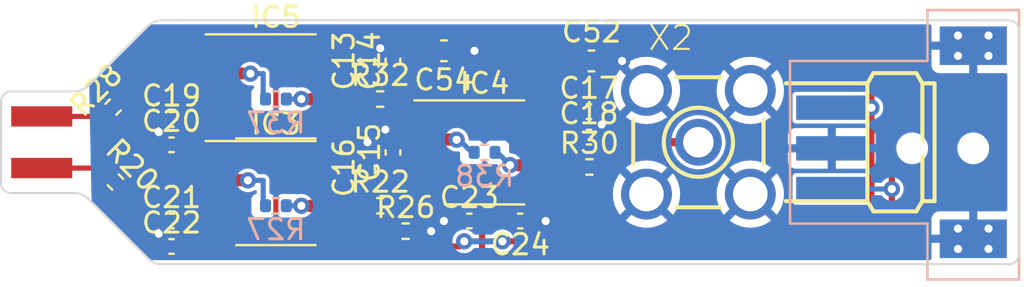
<source format=kicad_pcb>
(kicad_pcb (version 20211014) (generator pcbnew)
  (layers (0 "F.Cu" signal) (31 "B.Cu" signal) (34 "B.Paste" user) (35 "F.Paste" user) (36 "B.SilkS" user "B.Silkscreen") (37 "F.SilkS" user "F.Silkscreen") (38 "B.Mask" user) (39 "F.Mask" user) (44 "Edge.Cuts" user))
  (net 0 "")
  (net 2 "Net-(IC3-Pad2)")
  (net 3 "/POSIN")
  (net 4 "GND")
  (net 6 "V+")
  (net 7 "V-")
  (net 10 "/NEGMID")
  (net 11 "/POSMID")
  (net 13 "/OUT")
  (net 16 "Net-(IC5-Pad2)")
  (net 19 "/NEGIN")
  (net 20 "/OutPad")
  (net 21 "/PosPad")
  (net 22 "/NegPad")
  (net 23 "/PosIn1")
  (net 24 "/NegIn1")
  (footprint "Resistor_SMD:R_0402_1005Metric" (layer "F.Cu") (at 129.008058 96.271942 45)
    (fp_text reference "R28" (at 0 -1.17 45) (layer "F.SilkS"))
    (fp_text value "150Ω")
    (fp_line (start -0.153641 0.38) (end 0.153641 0.38) (layer "F.SilkS") (width 0.12))
    (fp_line (start -0.153641 -0.38) (end 0.153641 -0.38) (layer "F.SilkS") (width 0.12))
    (pad "1" smd roundrect (at -0.51 0 45) (size 0.54 0.64) (layers "F.Cu" "F.Paste" "F.Mask"))
    (pad "2" smd roundrect (at 0.51 0 45) (size 0.54 0.64) (layers "F.Cu" "F.Paste" "F.Mask"))
  )
  (footprint "diff-probe:CARD_EDGE_PADS-1X2" (layer "F.Cu") (at 125.5011 98.0036 90)
    (fp_text reference "J3" hide)
    (fp_text value "HEADER-1X2CARD-EDGE" hide)
    (pad "P$1" smd rect (at -1.27 0) (size 3 1) (layers "F.Cu" "F.Paste" "F.Mask") (net 21 "/PosPad"))
    (pad "P$2" smd rect (at 1.27 0) (size 3 1) (layers "F.Cu" "F.Paste" "F.Mask") (net 22 "/NegPad"))
  )
  (footprint "Capacitor_SMD:C_0402_1005Metric" (layer "F.Cu") (at 131.8761 96.8786)
    (fp_text reference "C19" (at 0 -1.16) (layer "F.SilkS"))
    (fp_text value "10nF")
    (fp_line (start -0.107836 -0.36) (end 0.107836 -0.36) (layer "F.SilkS") (width 0.12))
    (fp_line (start -0.107836 0.36) (end 0.107836 0.36) (layer "F.SilkS") (width 0.12))
    (pad "1" smd roundrect (at -0.48 0) (size 0.56 0.62) (layers "F.Cu" "F.Paste" "F.Mask"))
    (pad "2" smd roundrect (at 0.48 0) (size 0.56 0.62) (layers "F.Cu" "F.Paste" "F.Mask"))
  )
  (footprint "Capacitor_SMD:C_0402_1005Metric" (layer "F.Cu") (at 131.8761 98.1286)
    (fp_text reference "C20" (at 0 -1.16) (layer "F.SilkS"))
    (fp_text value "10nF")
    (fp_line (start -0.107836 -0.36) (end 0.107836 -0.36) (layer "F.SilkS") (width 0.12))
    (fp_line (start -0.107836 0.36) (end 0.107836 0.36) (layer "F.SilkS") (width 0.12))
    (pad "1" smd roundrect (at -0.48 0) (size 0.56 0.62) (layers "F.Cu" "F.Paste" "F.Mask"))
    (pad "2" smd roundrect (at 0.48 0) (size 0.56 0.62) (layers "F.Cu" "F.Paste" "F.Mask"))
  )
  (footprint "Capacitor_SMD:C_0402_1005Metric" (layer "F.Cu") (at 149.0011 101.8786 180)
    (fp_text reference "C24" (at 0 -1.16 180) (layer "F.SilkS"))
    (fp_text value "10nF")
    (fp_line (start -0.107836 -0.36) (end 0.107836 -0.36) (layer "F.SilkS") (width 0.12))
    (fp_line (start -0.107836 0.36) (end 0.107836 0.36) (layer "F.SilkS") (width 0.12))
    (pad "1" smd roundrect (at -0.48 0 180) (size 0.56 0.62) (layers "F.Cu" "F.Paste" "F.Mask"))
    (pad "2" smd roundrect (at 0.48 0 180) (size 0.56 0.62) (layers "F.Cu" "F.Paste" "F.Mask"))
  )
  (footprint "Resistor_SMD:R_0402_1005Metric" (layer "F.Cu") (at 129.12 99.96 -45)
    (fp_text reference "R20" (at 0 -1.17 -45) (layer "F.SilkS"))
    (fp_text value "150Ω")
    (fp_line (start -0.153641 -0.38) (end 0.153641 -0.38) (layer "F.SilkS") (width 0.12))
    (fp_line (start -0.153641 0.38) (end 0.153641 0.38) (layer "F.SilkS") (width 0.12))
    (pad "1" smd roundrect (at -0.51 0 315) (size 0.54 0.64) (layers "F.Cu" "F.Paste" "F.Mask"))
    (pad "2" smd roundrect (at 0.51 0 315) (size 0.54 0.64) (layers "F.Cu" "F.Paste" "F.Mask"))
  )
  (footprint "Package_SO:SOIC-8_3.9x4.9mm_P1.27mm" (layer "F.Cu") (at 137.0011 100.5036)
    (fp_text reference "IC3" (at 0 -3.4) (layer "F.SilkS"))
    (fp_text value "LMH6702")
    (fp_line (start 0 2.56) (end 1.95 2.56) (layer "F.SilkS") (width 0.12))
    (fp_line (start 0 2.56) (end -1.95 2.56) (layer "F.SilkS") (width 0.12))
    (fp_line (start 0 -2.56) (end 1.95 -2.56) (layer "F.SilkS") (width 0.12))
    (fp_line (start 0 -2.56) (end -3.45 -2.56) (layer "F.SilkS") (width 0.12))
    (pad "1" smd roundrect (at -2.475 -1.905) (size 1.95 0.6) (layers "F.Cu" "F.Paste" "F.Mask"))
    (pad "2" smd roundrect (at -2.475 -0.635) (size 1.95 0.6) (layers "F.Cu" "F.Paste" "F.Mask") (net 2 "Net-(IC3-Pad2)"))
    (pad "3" smd roundrect (at -2.475 0.635) (size 1.95 0.6) (layers "F.Cu" "F.Paste" "F.Mask") (net 3 "/POSIN"))
    (pad "4" smd roundrect (at -2.475 1.905) (size 1.95 0.6) (layers "F.Cu" "F.Paste" "F.Mask") (net 7 "V-"))
    (pad "5" smd roundrect (at 2.475 1.905) (size 1.95 0.6) (layers "F.Cu" "F.Paste" "F.Mask"))
    (pad "6" smd roundrect (at 2.475 0.635) (size 1.95 0.6) (layers "F.Cu" "F.Paste" "F.Mask") (net 23 "/PosIn1"))
    (pad "7" smd roundrect (at 2.475 -0.635) (size 1.95 0.6) (layers "F.Cu" "F.Paste" "F.Mask") (net 6 "V+"))
    (pad "8" smd roundrect (at 2.475 -1.905) (size 1.95 0.6) (layers "F.Cu" "F.Paste" "F.Mask"))
  )
  (footprint "Resistor_SMD:R_0402_1005Metric" (layer "F.Cu") (at 143.3761 102.3786)
    (fp_text reference "R26" (at 0 -1.17) (layer "F.SilkS"))
    (fp_text value "220Ω")
    (fp_line (start -0.153641 -0.38) (end 0.153641 -0.38) (layer "F.SilkS") (width 0.12))
    (fp_line (start -0.153641 0.38) (end 0.153641 0.38) (layer "F.SilkS") (width 0.12))
    (pad "1" smd roundrect (at -0.51 0) (size 0.54 0.64) (layers "F.Cu" "F.Paste" "F.Mask"))
    (pad "2" smd roundrect (at 0.51 0) (size 0.54 0.64) (layers "F.Cu" "F.Paste" "F.Mask"))
  )
  (footprint "Resistor_SMD:R_0402_1005Metric" (layer "F.Cu") (at 152.4 99.22)
    (fp_text reference "R30" (at 0 -1.17) (layer "F.SilkS"))
    (fp_text value "50Ω")
    (fp_line (start -0.153641 -0.38) (end 0.153641 -0.38) (layer "F.SilkS") (width 0.12))
    (fp_line (start -0.153641 0.38) (end 0.153641 0.38) (layer "F.SilkS") (width 0.12))
    (pad "1" smd roundrect (at -0.51 0) (size 0.54 0.64) (layers "F.Cu" "F.Paste" "F.Mask"))
    (pad "2" smd roundrect (at 0.51 0) (size 0.54 0.64) (layers "F.Cu" "F.Paste" "F.Mask"))
  )
  (footprint "Capacitor_SMD:C_0402_1005Metric" (layer "F.Cu") (at 131.8761 103.1286)
    (fp_text reference "C22" (at 0 -1.16) (layer "F.SilkS"))
    (fp_text value "10nF")
    (fp_line (start -0.107836 -0.36) (end 0.107836 -0.36) (layer "F.SilkS") (width 0.12))
    (fp_line (start -0.107836 0.36) (end 0.107836 0.36) (layer "F.SilkS") (width 0.12))
    (pad "1" smd roundrect (at -0.48 0) (size 0.56 0.62) (layers "F.Cu" "F.Paste" "F.Mask"))
    (pad "2" smd roundrect (at 0.48 0) (size 0.56 0.62) (layers "F.Cu" "F.Paste" "F.Mask"))
  )
  (footprint "Capacitor_SMD:C_0402_1005Metric" (layer "F.Cu") (at 152.3761 97.7536)
    (fp_text reference "C18" (at 0 -1.16) (layer "F.SilkS"))
    (fp_text value "10nF")
    (fp_line (start -0.107836 0.36) (end 0.107836 0.36) (layer "F.SilkS") (width 0.12))
    (fp_line (start -0.107836 -0.36) (end 0.107836 -0.36) (layer "F.SilkS") (width 0.12))
    (pad "1" smd roundrect (at -0.48 0) (size 0.56 0.62) (layers "F.Cu" "F.Paste" "F.Mask"))
    (pad "2" smd roundrect (at 0.48 0) (size 0.56 0.62) (layers "F.Cu" "F.Paste" "F.Mask"))
  )
  (footprint "Capacitor_SMD:C_0402_1005Metric" (layer "F.Cu") (at 152.3761 96.5036)
    (fp_text reference "C17" (at 0 -1.16) (layer "F.SilkS"))
    (fp_text value "10nF")
    (fp_line (start -0.107836 -0.36) (end 0.107836 -0.36) (layer "F.SilkS") (width 0.12))
    (fp_line (start -0.107836 0.36) (end 0.107836 0.36) (layer "F.SilkS") (width 0.12))
    (pad "1" smd roundrect (at -0.48 0) (size 0.56 0.62) (layers "F.Cu" "F.Paste" "F.Mask"))
    (pad "2" smd roundrect (at 0.48 0) (size 0.56 0.62) (layers "F.Cu" "F.Paste" "F.Mask"))
  )
  (footprint "Capacitor_SMD:C_0402_1005Metric" (layer "F.Cu") (at 141.5011 99.2536 90)
    (fp_text reference "C16" (at 0 -1.16 90) (layer "F.SilkS"))
    (fp_text value "10nF")
    (fp_line (start -0.107836 0.36) (end 0.107836 0.36) (layer "F.SilkS") (width 0.12))
    (fp_line (start -0.107836 -0.36) (end 0.107836 -0.36) (layer "F.SilkS") (width 0.12))
    (pad "1" smd roundrect (at -0.48 0 90) (size 0.56 0.62) (layers "F.Cu" "F.Paste" "F.Mask"))
    (pad "2" smd roundrect (at 0.48 0 90) (size 0.56 0.62) (layers "F.Cu" "F.Paste" "F.Mask"))
  )
  (footprint "Resistor_SMD:R_0402_1005Metric" (layer "F.Cu") (at 142.1261 101.1286)
    (fp_text reference "R22" (at 0 -1.17) (layer "F.SilkS"))
    (fp_text value "1.1kΩ")
    (fp_line (start -0.153641 0.38) (end 0.153641 0.38) (layer "F.SilkS") (width 0.12))
    (fp_line (start -0.153641 -0.38) (end 0.153641 -0.38) (layer "F.SilkS") (width 0.12))
    (pad "1" smd roundrect (at -0.51 0) (size 0.54 0.64) (layers "F.Cu" "F.Paste" "F.Mask"))
    (pad "2" smd roundrect (at 0.51 0) (size 0.54 0.64) (layers "F.Cu" "F.Paste" "F.Mask"))
  )
  (footprint "Capacitor_SMD:C_0402_1005Metric" (layer "F.Cu") (at 131.8761 101.8786)
    (fp_text reference "C21" (at 0 -1.16) (layer "F.SilkS"))
    (fp_text value "10nF")
    (fp_line (start -0.107836 -0.36) (end 0.107836 -0.36) (layer "F.SilkS") (width 0.12))
    (fp_line (start -0.107836 0.36) (end 0.107836 0.36) (layer "F.SilkS") (width 0.12))
    (pad "1" smd roundrect (at -0.48 0) (size 0.56 0.62) (layers "F.Cu" "F.Paste" "F.Mask"))
    (pad "2" smd roundrect (at 0.48 0) (size 0.56 0.62) (layers "F.Cu" "F.Paste" "F.Mask"))
  )
  (footprint "Capacitor_SMD:C_0402_1005Metric" (layer "F.Cu") (at 141.5011 94.0036 90)
    (fp_text reference "C13" (at 0 -1.16 90) (layer "F.SilkS"))
    (fp_text value "10nF")
    (fp_line (start -0.107836 0.36) (end 0.107836 0.36) (layer "F.SilkS") (width 0.12))
    (fp_line (start -0.107836 -0.36) (end 0.107836 -0.36) (layer "F.SilkS") (width 0.12))
    (pad "1" smd roundrect (at -0.48 0 90) (size 0.56 0.62) (layers "F.Cu" "F.Paste" "F.Mask"))
    (pad "2" smd roundrect (at 0.48 0 90) (size 0.56 0.62) (layers "F.Cu" "F.Paste" "F.Mask"))
  )
  (footprint "Package_SO:SOIC-8_3.9x4.9mm_P1.27mm" (layer "F.Cu") (at 137.0011 95.2536)
    (fp_text reference "IC5" (at 0 -3.4) (layer "F.SilkS"))
    (fp_text value "LMH6702")
    (fp_line (start 0 -2.56) (end -3.45 -2.56) (layer "F.SilkS") (width 0.12))
    (fp_line (start 0 2.56) (end 1.95 2.56) (layer "F.SilkS") (width 0.12))
    (fp_line (start 0 -2.56) (end 1.95 -2.56) (layer "F.SilkS") (width 0.12))
    (fp_line (start 0 2.56) (end -1.95 2.56) (layer "F.SilkS") (width 0.12))
    (pad "1" smd roundrect (at -2.475 -1.905) (size 1.95 0.6) (layers "F.Cu" "F.Paste" "F.Mask"))
    (pad "2" smd roundrect (at -2.475 -0.635) (size 1.95 0.6) (layers "F.Cu" "F.Paste" "F.Mask") (net 16 "Net-(IC5-Pad2)"))
    (pad "3" smd roundrect (at -2.475 0.635) (size 1.95 0.6) (layers "F.Cu" "F.Paste" "F.Mask") (net 19 "/NEGIN"))
    (pad "4" smd roundrect (at -2.475 1.905) (size 1.95 0.6) (layers "F.Cu" "F.Paste" "F.Mask") (net 7 "V-"))
    (pad "5" smd roundrect (at 2.475 1.905) (size 1.95 0.6) (layers "F.Cu" "F.Paste" "F.Mask"))
    (pad "6" smd roundrect (at 2.475 0.635) (size 1.95 0.6) (layers "F.Cu" "F.Paste" "F.Mask") (net 24 "/NegIn1"))
    (pad "7" smd roundrect (at 2.475 -0.635) (size 1.95 0.6) (layers "F.Cu" "F.Paste" "F.Mask") (net 6 "V+"))
    (pad "8" smd roundrect (at 2.475 -1.905) (size 1.95 0.6) (layers "F.Cu" "F.Paste" "F.Mask"))
  )
  (footprint "Capacitor_SMD:C_0402_1005Metric" (layer "F.Cu") (at 142.7511 94.0036 90)
    (fp_text reference "C14" (at 0 -1.16 90) (layer "F.SilkS"))
    (fp_text value "10nF")
    (fp_line (start -0.107836 -0.36) (end 0.107836 -0.36) (layer "F.SilkS") (width 0.12))
    (fp_line (start -0.107836 0.36) (end 0.107836 0.36) (layer "F.SilkS") (width 0.12))
    (pad "1" smd roundrect (at -0.48 0 90) (size 0.56 0.62) (layers "F.Cu" "F.Paste" "F.Mask"))
    (pad "2" smd roundrect (at 0.48 0 90) (size 0.56 0.62) (layers "F.Cu" "F.Paste" "F.Mask"))
  )
  (footprint "diff-probe:BU-SMA-H" (layer "F.Cu") (at 157.7511 98.0036)
    (fp_text reference "X2" (at -2.54 -4.445) (layer "F.SilkS") (effects (font (size 1.1684 1.1684) (thickness 0.1016)) (justify left bottom)))
    (fp_text value "SMA--BU-SMA-H")
    (fp_line (start 8.3 2.9) (end 8.3 -2.9) (layer "F.SilkS") (width 0.2))
    (fp_line (start 8.3 2.9) (end 8.6 3.4) (layer "F.SilkS") (width 0.2))
    (fp_line (start 8.6 -3.4) (end 10.7 -3.4) (layer "F.SilkS") (width 0.2))
    (fp_line (start 8.6 3.4) (end 10.7 3.4) (layer "F.SilkS") (width 0.2))
    (fp_line (start 4.3 -2.9) (end 8.3 -2.9) (layer "F.SilkS") (width 0.2))
    (fp_line (start 3.2 -1.1) (end 3.2 1.1) (layer "F.SilkS") (width 0.2))
    (fp_line (start 11 -2.9) (end 11.6 -2.9) (layer "F.SilkS") (width 0.2))
    (fp_line (start 1.1 3.2) (end -1.1 3.2) (layer "F.SilkS") (width 0.2))
    (fp_line (start 4.3 2.9) (end 8.3 2.9) (layer "F.SilkS") (width 0.2))
    (fp_line (start 8.3 -2.9) (end 8.6 -3.4) (layer "F.SilkS") (width 0.2))
    (fp_line (start 10.7 3.4) (end 11 2.9) (layer "F.SilkS") (width 0.2))
    (fp_line (start -3.2 1.1) (end -3.2 -1.1) (layer "F.SilkS") (width 0.2))
    (fp_line (start 11.6 2.9) (end 11.6 -2.9) (layer "F.SilkS") (width 0.2))
    (fp_line (start 11 2.9) (end 11.6 2.9) (layer "F.SilkS") (width 0.2))
    (fp_line (start 10.7 -3.4) (end 11 -2.9) (layer "F.SilkS") (width 0.2))
    (fp_line (start 11 2.9) (end 11 -2.9) (layer "F.SilkS") (width 0.2))
    (fp_line (start -1.1 -3.2) (end 1.1 -3.2) (layer "F.SilkS") (width 0.2))
    (fp_circle (center 0 0) (end 1.7 0) (layer "F.SilkS") (width 0.2) (fill none))
    (pad "1" thru_hole circle (at 0 0) (size 2.3 2.3) (drill 1.5) (layers *.Cu *.Mask) (net 20 "/OutPad"))
    (pad "2" thru_hole circle (at -2.5499 -2.5499) (size 2.5 2.5) (drill 1.7) (layers *.Cu *.Mask) (net 4 "GND"))
    (pad "3" thru_hole circle (at 2.5499 -2.5499) (size 2.5 2.5) (drill 1.7) (layers *.Cu *.Mask) (net 4 "GND"))
    (pad "4" thru_hole circle (at 2.5499 2.5499) (size 2.5 2.5) (drill 1.7) (layers *.Cu *.Mask) (net 4 "GND"))
    (pad "5" thru_hole circle (at -2.5499 2.5499) (size 2.5 2.5) (drill 1.7) (layers *.Cu *.Mask) (net 4 "GND"))
  )
  (footprint "Capacitor_SMD:C_0603_1608Metric" (layer "F.Cu") (at 145.2511 93.5036 180)
    (fp_text reference "C54" (at 0 -1.43 180) (layer "F.SilkS"))
    (fp_text value "1µF")
    (fp_line (start -0.14058 0.51) (end 0.14058 0.51) (layer "F.SilkS") (width 0.12))
    (fp_line (start -0.14058 -0.51) (end 0.14058 -0.51) (layer "F.SilkS") (width 0.12))
    (pad "1" smd roundrect (at -0.775 0 180) (size 0.9 0.95) (layers "F.Cu" "F.Paste" "F.Mask") (net 4 "GND"))
    (pad "2" smd roundrect (at 0.775 0 180) (size 0.9 0.95) (layers "F.Cu" "F.Paste" "F.Mask") (net 7 "V-"))
  )
  (footprint "Capacitor_SMD:C_0603_1608Metric" (layer "F.Cu") (at 152.5011 94.0036)
    (fp_text reference "C52" (at 0 -1.43) (layer "F.SilkS"))
    (fp_text value "1µF")
    (fp_line (start -0.14058 -0.51) (end 0.14058 -0.51) (layer "F.SilkS") (width 0.12))
    (fp_line (start -0.14058 0.51) (end 0.14058 0.51) (layer "F.SilkS") (width 0.12))
    (pad "1" smd roundrect (at -0.775 0) (size 0.9 0.95) (layers "F.Cu" "F.Paste" "F.Mask") (net 6 "V+"))
    (pad "2" smd roundrect (at 0.775 0) (size 0.9 0.95) (layers "F.Cu" "F.Paste" "F.Mask") (net 4 "GND"))
  )
  (footprint "Package_SO:SOIC-8_3.9x4.9mm_P1.27mm" (layer "F.Cu") (at 147.2511 98.5036)
    (fp_text reference "IC4" (at 0 -3.4) (layer "F.SilkS"))
    (fp_text value "LMH6702")
    (fp_line (start 0 -2.56) (end 1.95 -2.56) (layer "F.SilkS") (width 0.12))
    (fp_line (start 0 2.56) (end 1.95 2.56) (layer "F.SilkS") (width 0.12))
    (fp_line (start 0 2.56) (end -1.95 2.56) (layer "F.SilkS") (width 0.12))
    (fp_line (start 0 -2.56) (end -3.45 -2.56) (layer "F.SilkS") (width 0.12))
    (pad "1" smd roundrect (at -2.475 -1.905) (size 1.95 0.6) (layers "F.Cu" "F.Paste" "F.Mask"))
    (pad "2" smd roundrect (at -2.475 -0.635) (size 1.95 0.6) (layers "F.Cu" "F.Paste" "F.Mask") (net 10 "/NEGMID"))
    (pad "3" smd roundrect (at -2.475 0.635) (size 1.95 0.6) (layers "F.Cu" "F.Paste" "F.Mask") (net 11 "/POSMID"))
    (pad "4" smd roundrect (at -2.475 1.905) (size 1.95 0.6) (layers "F.Cu" "F.Paste" "F.Mask") (net 7 "V-"))
    (pad "5" smd roundrect (at 2.475 1.905) (size 1.95 0.6) (layers "F.Cu" "F.Paste" "F.Mask"))
    (pad "6" smd roundrect (at 2.475 0.635) (size 1.95 0.6) (layers "F.Cu" "F.Paste" "F.Mask") (net 13 "/OUT"))
    (pad "7" smd roundrect (at 2.475 -0.635) (size 1.95 0.6) (layers "F.Cu" "F.Paste" "F.Mask") (net 6 "V+"))
    (pad "8" smd roundrect (at 2.475 -1.905) (size 1.95 0.6) (layers "F.Cu" "F.Paste" "F.Mask"))
  )
  (footprint "Capacitor_SMD:C_0402_1005Metric" (layer "F.Cu") (at 142.7511 98.5036 90)
    (fp_text reference "C15" (at 0 -1.16 90) (layer "F.SilkS"))
    (fp_text value "10nF")
    (fp_line (start -0.107836 0.36) (end 0.107836 0.36) (layer "F.SilkS") (width 0.12))
    (fp_line (start -0.107836 -0.36) (end 0.107836 -0.36) (layer "F.SilkS") (width 0.12))
    (pad "1" smd roundrect (at -0.48 0 90) (size 0.56 0.62) (layers "F.Cu" "F.Paste" "F.Mask"))
    (pad "2" smd roundrect (at 0.48 0 90) (size 0.56 0.62) (layers "F.Cu" "F.Paste" "F.Mask"))
  )
  (footprint "Capacitor_SMD:C_0402_1005Metric" (layer "F.Cu") (at 146.5011 101.8786)
    (fp_text reference "C23" (at 0 -1.16) (layer "F.SilkS"))
    (fp_text value "10nF")
    (fp_line (start -0.107836 0.36) (end 0.107836 0.36) (layer "F.SilkS") (width 0.12))
    (fp_line (start -0.107836 -0.36) (end 0.107836 -0.36) (layer "F.SilkS") (width 0.12))
    (pad "1" smd roundrect (at -0.48 0) (size 0.56 0.62) (layers "F.Cu" "F.Paste" "F.Mask"))
    (pad "2" smd roundrect (at 0.48 0) (size 0.56 0.62) (layers "F.Cu" "F.Paste" "F.Mask"))
  )
  (footprint "Resistor_SMD:R_0402_1005Metric" (layer "F.Cu") (at 142.1261 95.8786)
    (fp_text reference "R32" (at 0 -1.17) (layer "F.SilkS"))
    (fp_text value "1.1kΩ")
    (fp_line (start -0.153641 -0.38) (end 0.153641 -0.38) (layer "F.SilkS") (width 0.12))
    (fp_line (start -0.153641 0.38) (end 0.153641 0.38) (layer "F.SilkS") (width 0.12))
    (pad "1" smd roundrect (at -0.51 0) (size 0.54 0.64) (layers "F.Cu" "F.Paste" "F.Mask"))
    (pad "2" smd roundrect (at 0.51 0) (size 0.54 0.64) (layers "F.Cu" "F.Paste" "F.Mask"))
  )
  (footprint "diff-probe:AMP-29173-3-NARROW" (layer "B.Cu") (at 173.5011 98.0036 -90)
    (fp_text reference "J4")
    (fp_text value "CON-1X3-TAB-AMP-29173-3-NARROW" hide)
    (fp_line (start -6.5 4.5) (end -4 4.5) (layer "B.SilkS") (width 0.127))
    (fp_line (start 4 4.5) (end 6.75 4.5) (layer "B.SilkS") (width 0.127))
    (fp_line (start -4 11.25) (end 4 11.25) (layer "B.SilkS") (width 0.127))
    (fp_line (start 4 11.25) (end 4 4.5) (layer "B.SilkS") (width 0.127))
    (fp_line (start -6.5 0) (end -6.5 4.5) (layer "B.SilkS") (width 0.127))
    (fp_line (start 6.75 4.5) (end 6.75 0) (layer "B.SilkS") (width 0.127))
    (fp_line (start 6.75 0) (end -6.5 0) (layer "B.SilkS") (width 0.127))
    (fp_line (start -4 4.5) (end -4 11.25) (layer "B.SilkS") (width 0.127))
    (pad "" np_thru_hole circle (at 0.3 2.25 270) (size 1.2 1.2) (drill 1.2) (layers *.Cu *.Mask))
    (pad "" np_thru_hole circle (at 0.3 5.25 270) (size 1.2 1.2) (drill 1.2) (layers *.Cu *.Mask))
    (pad "1" smd rect (at -1.7 9.2 270) (size 1.2 3.5) (layers "B.Cu" "B.Paste" "B.Mask") (net 6 "V+"))
    (pad "2" smd rect (at 0.3 9.2 270) (size 1.2 3.5) (layers "B.Cu" "B.Paste" "B.Mask") (net 4 "GND"))
    (pad "3" smd rect (at 2.3 9.2 270) (size 1.2 3.5) (layers "B.Cu" "B.Paste" "B.Mask") (net 7 "V-"))
    (pad "P$4" smd rect (at 4.75 2.25 270) (size 1.9 3.3) (layers "B.Cu" "B.Paste" "B.Mask") (net 4 "GND"))
    (pad "P$5" smd rect (at -4.75 2.25 270) (size 1.9 3.3) (layers "B.Cu" "B.Paste" "B.Mask") (net 4 "GND"))
  )
  (footprint "Resistor_SMD:R_0402_1005Metric" (layer "B.Cu") (at 137.0011 101.1286)
    (fp_text reference "R27" (at 0 1.17 180) (layer "B.SilkS") (effects (justify mirror)))
    (fp_text value "220Ω")
    (fp_line (start -0.153641 -0.38) (end 0.153641 -0.38) (layer "B.SilkS") (width 0.12))
    (fp_line (start -0.153641 0.38) (end 0.153641 0.38) (layer "B.SilkS") (width 0.12))
    (pad "1" smd roundrect (at -0.51 0) (size 0.54 0.64) (layers "B.Cu" "B.Paste" "B.Mask"))
    (pad "2" smd roundrect (at 0.51 0) (size 0.54 0.64) (layers "B.Cu" "B.Paste" "B.Mask"))
  )
  (footprint "Resistor_SMD:R_0402_1005Metric" (layer "B.Cu") (at 137.0011 95.8786)
    (fp_text reference "R37" (at 0 1.17 180) (layer "B.SilkS") (effects (justify mirror)))
    (fp_text value "220Ω")
    (fp_line (start -0.153641 -0.38) (end 0.153641 -0.38) (layer "B.SilkS") (width 0.12))
    (fp_line (start -0.153641 0.38) (end 0.153641 0.38) (layer "B.SilkS") (width 0.12))
    (pad "1" smd roundrect (at -0.51 0) (size 0.54 0.64) (layers "B.Cu" "B.Paste" "B.Mask"))
    (pad "2" smd roundrect (at 0.51 0) (size 0.54 0.64) (layers "B.Cu" "B.Paste" "B.Mask"))
  )
  (footprint "Resistor_SMD:R_0402_1005Metric" (layer "B.Cu") (at 147.2511 98.5036)
    (fp_text reference "R38" (at 0 1.17 180) (layer "B.SilkS") (effects (justify mirror)))
    (fp_text value "220Ω")
    (fp_line (start -0.153641 -0.38) (end 0.153641 -0.38) (layer "B.SilkS") (width 0.12))
    (fp_line (start -0.153641 0.38) (end 0.153641 0.38) (layer "B.SilkS") (width 0.12))
    (pad "1" smd roundrect (at -0.51 0) (size 0.54 0.64) (layers "B.Cu" "B.Paste" "B.Mask"))
    (pad "2" smd roundrect (at 0.51 0) (size 0.54 0.64) (layers "B.Cu" "B.Paste" "B.Mask"))
  )
  (gr_arc (start 130.708206 92.296494) (mid 131.032629 92.079721) (end 131.415312 92.0036) (layer "Edge.Cuts") (width 0.1))
  (gr_line (start 123.5011 100.0036) (end 123.5011 96.0036) (layer "Edge.Cuts") (width 0.1))
  (gr_arc (start 173.5011 103.5036) (mid 173.354653 103.857153) (end 173.0011 104.0036) (layer "Edge.Cuts") (width 0.1))
  (gr_line (start 131.415312 104.0036) (end 173.0011 104.0036) (layer "Edge.Cuts") (width 0.1))
  (gr_arc (start 127.793992 95.210707) (mid 127.46957 95.42748) (end 127.086887 95.5036) (layer "Edge.Cuts") (width 0.1))
  (gr_line (start 130.708206 92.296494) (end 127.793993 95.210707) (layer "Edge.Cuts") (width 0.1))
  (gr_line (start 132.23 92) (end 173.0011 92.0036) (layer "Edge.Cuts") (width 0.1))
  (gr_arc (start 124.0011 100.5036) (mid 123.647547 100.357153) (end 123.5011 100.0036) (layer "Edge.Cuts") (width 0.1))
  (gr_line (start 173.5011 103.5036) (end 173.5011 92.5036) (layer "Edge.Cuts") (width 0.1))
  (gr_line (start 132.23 92) (end 131.415312 92.0036) (layer "Edge.Cuts") (width 0.1))
  (gr_line (start 127.793993 100.796494) (end 130.708206 103.710707) (layer "Edge.Cuts") (width 0.1))
  (gr_arc (start 173.0011 92.0036) (mid 173.354653 92.150047) (end 173.5011 92.5036) (layer "Edge.Cuts") (width 0.1))
  (gr_line (start 124.0011 100.5036) (end 127.086887 100.5036) (layer "Edge.Cuts") (width 0.1))
  (gr_arc (start 123.5011 96.0036) (mid 123.647547 95.650047) (end 124.0011 95.5036) (layer "Edge.Cuts") (width 0.1))
  (gr_arc (start 127.086887 100.5036) (mid 127.46957 100.579721) (end 127.793993 100.796495) (layer "Edge.Cuts") (width 0.1))
  (gr_line (start 127.086887 95.5036) (end 124.0011 95.5036) (layer "Edge.Cuts") (width 0.1))
  (gr_arc (start 131.415312 104.0036) (mid 131.032629 103.92748) (end 130.708207 103.710707) (layer "Edge.Cuts") (width 0.1))
  (gr_text "B" (at 150.41 95.88 90) (layer "F.Cu") (effects (font (size 1.016 1.016) (thickness 0.254)) (justify left bottom)))
  (segment (start 135.6261 99.8786) (end 134.3949 99.8786) (width 0.254) (layer "F.Cu") (net 2))
  (segment (start 134.3949 99.8786) (end 134.3849 99.8686) (width 0.254) (layer "F.Cu") (net 2))
  (via (at 135.6261 99.8786) (size 0.8) (drill 0.4) (layers "F.Cu" "B.Cu") (net 2))
  (segment (start 136.3761 99.8786) (end 135.6261 99.8786) (width 0.254) (layer "B.Cu") (net 2))
  (segment (start 136.3761 101.1286) (end 136.3761 99.8786) (width 0.254) (layer "B.Cu") (net 2))
  (segment (start 133.5886 101.1386) (end 133.31 100.86) (width 0.254) (layer "F.Cu") (net 3))
  (segment (start 130.02 100.86) (end 129.561942 100.401942) (width 0.254) (layer "F.Cu") (net 3))
  (segment (start 133.31 100.86) (end 130.02 100.86) (width 0.254) (layer "F.Cu") (net 3))
  (segment (start 133.5686 101.1386) (end 134.3849 101.1386) (width 0.254) (layer "F.Cu") (net 3))
  (segment (start 134.3849 101.1386) (end 133.5886 101.1386) (width 0.254) (layer "F.Cu") (net 3))
  (segment (start 131.2511 102.5036) (end 131.2511 103.1286) (width 0.254) (layer "F.Cu") (net 4))
  (segment (start 141.5011 98.0036) (end 141.5011 98.6286) (width 0.254) (layer "F.Cu") (net 4))
  (segment (start 142.7511 93.3786) (end 142.1261 93.3786) (width 0.254) (layer "F.Cu") (net 4))
  (segment (start 131.2511 97.5036) (end 131.2511 96.8786) (width 0.254) (layer "F.Cu") (net 4))
  (segment (start 142.7511 97.8786) (end 142.3761 97.5036) (width 0.254) (layer "F.Cu") (net 4))
  (segment (start 153.3511 94.0036) (end 154.0011 94.0036) (width 0.254) (layer "F.Cu") (net 4))
  (segment (start 146.7511 93.5036) (end 146.1011 93.5036) (width 0.3) (layer "F.Cu") (net 4))
  (segment (start 131.2511 98.1286) (end 131.2511 97.5036) (width 0.254) (layer "F.Cu") (net 4))
  (segment (start 142.3761 97.5036) (end 142.3761 97.3786) (width 0.254) (layer "F.Cu") (net 4))
  (segment (start 144.0011 102.3786) (end 144.6261 102.3786) (width 0.254) (layer "F.Cu") (net 4))
  (segment (start 131.2511 101.8786) (end 131.2511 102.5036) (width 0.4) (layer "F.Cu") (net 4))
  (segment (start 150.2511 101.8786) (end 149.6261 101.8786) (width 0.254) (layer "F.Cu") (net 4))
  (segment (start 142.1261 93.3786) (end 141.5011 93.3786) (width 0.254) (layer "F.Cu") (net 4))
  (via (at 172.0011 93.7536) (size 0.8) (drill 0.4) (layers "F.Cu" "B.Cu") (net 4))
  (via (at 170.5011 103.2536) (size 0.8) (drill 0.4) (layers "F.Cu" "B.Cu") (net 4))
  (via (at 172.0011 102.2536) (size 0.8) (drill 0.4) (layers "F.Cu" "B.Cu") (net 4))
  (via (at 170.5011 93.7536) (size 0.8) (drill 0.4) (layers "F.Cu" "B.Cu") (net 4))
  (via (at 172.0011 103.2536) (size 0.8) (drill 0.4) (layers "F.Cu" "B.Cu") (net 4))
  (via (at 131.2511 97.5036) (size 0.8) (drill 0.4) (layers "F.Cu" "B.Cu") (net 4))
  (via (at 170.5011 92.7536) (size 0.8) (drill 0.4) (layers "F.Cu" "B.Cu") (net 4))
  (via (at 150.2511 101.8786) (size 0.8) (drill 0.4) (layers "F.Cu" "B.Cu") (net 4))
  (via (at 172.0011 92.7536) (size 0.8) (drill 0.4) (layers "F.Cu" "B.Cu") (net 4))
  (via (at 154.0011 94.0036) (size 0.8) (drill 0.4) (layers "F.Cu" "B.Cu") (net 4))
  (via (at 170.5011 102.2536) (size 0.8) (drill 0.4) (layers "F.Cu" "B.Cu") (net 4))
  (via (at 131.2511 102.5036) (size 0.8) (drill 0.4) (layers "F.Cu" "B.Cu") (net 4))
  (via (at 153.0011 97.1286) (size 0.8) (drill 0.4) (layers "F.Cu" "B.Cu") (net 4))
  (via (at 144.6261 102.3786) (size 0.8) (drill 0.4) (layers "F.Cu" "B.Cu") (net 4))
  (via (at 142.3761 97.3786) (size 0.8) (drill 0.4) (layers "F.Cu" "B.Cu") (net 4))
  (via (at 146.7511 93.5036) (size 0.8) (drill 0.4) (layers "F.Cu" "B.Cu") (net 4))
  (via (at 142.1261 93.3786) (size 0.8) (drill 0.4) (layers "F.Cu" "B.Cu") (net 4))
  (via (at 141.5011 98.0036) (size 0.8) (drill 0.4) (layers "F.Cu" "B.Cu") (net 4))
  (segment (start 172.0011 92.7536) (end 171.2511 93.2536) (width 0.254) (layer "B.Cu") (net 4))
  (segment (start 172.0011 102.2536) (end 171.2511 102.7536) (width 0.254) (layer "B.Cu") (net 4))
  (segment (start 170.5011 103.2536) (end 171.2511 102.7536) (width 0.254) (layer "B.Cu") (net 4))
  (segment (start 170.5011 93.7536) (end 171.2511 93.2536) (width 0.254) (layer "B.Cu") (net 4))
  (segment (start 172.0011 93.7536) (end 171.2511 93.2536) (width 0.254) (layer "B.Cu") (net 4))
  (segment (start 170.5011 92.7536) (end 171.2511 93.2536) (width 0.254) (layer "B.Cu") (net 4))
  (segment (start 172.0011 103.2536) (end 172.0011 102.2536) (width 0.254) (layer "B.Cu") (net 4))
  (segment (start 170.5011 102.2536) (end 171.2511 102.7536) (width 0.254) (layer "B.Cu") (net 4))
  (segment (start 138.7411 99.8686) (end 138.2511 99.8786) (width 0.254) (layer "F.Cu") (net 6))
  (segment (start 141.5011 94.6286) (end 141.2411 94.6186) (width 0.254) (layer "F.Cu") (net 6))
  (segment (start 149.8673 97.8686) (end 151.6361 97.8686) (width 0.254) (layer "F.Cu") (net 6))
  (segment (start 165.3761 102.8786) (end 166.2511 102.0036) (width 0.3) (layer "F.Cu") (net 6))
  (segment (start 151.7511 94.0036) (end 152.7511 93.0036) (width 0.3) (layer "F.Cu") (net 6))
  (segment (start 141.5011 99.8786) (end 142.0011 99.8786) (width 0.254) (layer "F.Cu") (net 6))
  (segment (start 141.2411 94.6186) (end 139.6173 94.6186) (width 0.4) (layer "F.Cu") (net 6))
  (segment (start 165.7511 93.0036) (end 152.7511 93.0036) (width 0.3) (layer "F.Cu") (net 6))
  (segment (start 148.7511 94.0036) (end 151.6511 94.0036) (width 0.3) (layer "F.Cu") (net 6))
  (segment (start 151.6361 97.8686) (end 151.7511 97.7536) (width 0.254) (layer "F.Cu") (net 6))
  (segment (start 137.6261 99.8786) (end 137.0011 100.5036) (width 0.254) (layer "F.Cu") (net 6))
  (segment (start 151.6511 94.0036) (end 151.7511 94.0036) (width 0.254) (layer "F.Cu") (net 6))
  (segment (start 139.6273 99.8786) (end 139.6173 99.8686) (width 0.254) (layer "F.Cu") (net 6))
  (segment (start 166.2511 93.5036) (end 165.7511 93.0036) (width 0.3) (layer "F.Cu") (net 6))
  (segment (start 148.3761 94.6286) (end 148.7511 94.0036) (width 0.3) (layer "F.Cu") (net 6))
  (segment (start 166.2511 102.0036) (end 166.2511 96.3036) (width 0.3) (layer "F.Cu") (net 6))
  (segment (start 141.5011 99.8786) (end 139.6273 99.8786) (width 0.254) (layer "F.Cu") (net 6))
  (segment (start 138.2511 99.8786) (end 137.6261 99.8786) (width 0.254) (layer "F.Cu") (net 6))
  (segment (start 146.0011 103.1286) (end 146.2511 102.8786) (width 0.3) (layer "F.Cu") (net 6))
  (segment (start 137.0011 100.5036) (end 137.0011 102.7536) (width 0.254) (layer "F.Cu") (net 6))
  (segment (start 166.2511 96.3036) (end 166.2511 93.5036) (width 0.3) (layer "F.Cu") (net 6))
  (segment (start 139.6173 99.8686) (end 138.7411 99.8686) (width 0.254) (layer "F.Cu") (net 6))
  (segment (start 151.7511 97.7536) (end 151.7511 96.5036) (width 0.254) (layer "F.Cu") (net 6))
  (segment (start 148.1261 102.8786) (end 165.3761 102.8786) (width 0.3) (layer "F.Cu") (net 6))
  (segment (start 137.0011 102.7536) (end 137.3761 103.1286) (width 0.3) (layer "F.Cu") (net 6))
  (segment (start 151.7511 96.5036) (end 151.7511 94.0036) (width 0.254) (layer "F.Cu") (net 6))
  (segment (start 142.0011 99.8786) (end 142.7511 99.1286) (width 0.254) (layer "F.Cu") (net 6))
  (segment (start 141.5011 94.6286) (end 142.7511 94.6286) (width 0.4) (layer "F.Cu") (net 6))
  (segment (start 142.7511 94.6286) (end 148.3761 94.6286) (width 0.3) (layer "F.Cu") (net 6))
  (segment (start 145.8761 101.8786) (end 145.2511 101.8786) (width 0.254) (layer "F.Cu") (net 6))
  (segment (start 137.3761 103.1286) (end 146.0011 103.1286) (width 0.3) (layer "F.Cu") (net 6))
  (via (at 145.2511 101.8786) (size 0.8) (drill 0.4) (layers "F.Cu" "B.Cu") (net 6))
  (via (at 146.2511 102.8786) (size 0.8) (drill 0.4) (layers "F.Cu" "B.Cu") (net 6))
  (via (at 148.1261 102.8786) (size 0.8) (drill 0.4) (layers "F.Cu" "B.Cu") (net 6))
  (via (at 166.2511 96.3036) (size 0.8) (drill 0.4) (layers "F.Cu" "B.Cu") (net 6))
  (segment (start 146.2511 102.8786) (end 148.1261 102.8786) (width 0.3) (layer "B.Cu") (net 6))
  (segment (start 164.3011 96.3036) (end 166.2511 96.3036) (width 0.254) (layer "B.Cu") (net 6))
  (segment (start 167.2511 102.2536) (end 167.2511 100.3036) (width 0.3) (layer "F.Cu") (net 7))
  (segment (start 135.1261 102.3786) (end 136.3761 103.6286) (width 0.3) (layer "F.Cu") (net 7))
  (segment (start 132.5011 102.3786) (end 132.5011 101.8786) (width 0.4) (layer "F.Cu") (net 7))
  (segment (start 132.5011 98.1286) (end 132.5011 96.8786) (width 0.4) (layer "F.Cu") (net 7))
  (segment (start 167.2511 93.5036) (end 166.1261 92.3786) (width 0.3) (layer "F.Cu") (net 7))
  (segment (start 147.1261 101.8786) (end 147.1261 103.6286) (width 0.3) (layer "F.Cu") (net 7))
  (segment (start 132.5011 101.8786) (end 132.5011 103.1286) (width 0.4) (layer "F.Cu") (net 7))
  (segment (start 134.3849 97.1586) (end 132.5011 97.1586) (width 0.4) (layer "F.Cu") (net 7))
  (segment (start 134.3849 102.4086) (end 135.1261 102.4086) (width 0.4) (layer "F.Cu") (net 7))
  (segment (start 136.4711 97.1586) (end 137.0011 96.6286) (width 0.254) (layer "F.Cu") (net 7))
  (segment (start 144.6349 100.4086) (end 146.7811 100.4086) (width 0.4) (layer "F.Cu") (net 7))
  (segment (start 165.8761 103.6286) (end 147.1261 103.6286) (width 0.3) (layer "F.Cu") (net 7))
  (segment (start 135.1261 102.4086) (end 135.1261 102.3786) (width 0.4) (layer "F.Cu") (net 7))
  (segment (start 146.7811 100.4086) (end 147.1261 100.7536) (width 0.4) (layer "F.Cu") (net 7))
  (segment (start 134.3849 102.4086) (end 132.5011 102.4086) (width 0.4) (layer "F.Cu") (net 7))
  (segment (start 147.1261 101.8786) (end 148.3761 101.8786) (width 0.4) (layer "F.Cu") (net 7))
  (segment (start 144.4011 93.5036) (end 144.4011 92.6036) (width 0.3) (layer "F.Cu") (net 7))
  (segment (start 144.4011 92.6036) (end 144.5011 92.3786) (width 0.254) (layer "F.Cu") (net 7))
  (segment (start 132.5011 102.4086) (end 132.5011 103.1286) (width 0.4) (layer "F.Cu") (net 7))
  (segment (start 144.5011 92.3786) (end 166.1261 92.3786) (width 0.3) (layer "F.Cu") (net 7))
  (segment (start 137.0011 93.6286) (end 138.2511 92.3786) (width 0.3) (layer "F.Cu") (net 7))
  (segment (start 167.2511 100.3036) (end 167.2511 93.5036) (width 0.3) (layer "F.Cu") (net 7))
  (segment (start 134.3849 97.1586) (end 136.4711 97.1586) (width 0.254) (layer "F.Cu") (net 7))
  (segment (start 147.1261 103.6286) (end 136.3761 103.6286) (width 0.3) (layer "F.Cu") (net 7))
  (segment (start 165.8761 103.6286) (end 167.2511 102.2536) (width 0.3) (layer "F.Cu") (net 7))
  (segment (start 132.5011 97.1586) (end 132.5011 96.8786) (width 0.4) (layer "F.Cu") (net 7))
  (segment (start 137.0011 96.6286) (end 137.0011 93.6286) (width 0.254) (layer "F.Cu") (net 7))
  (segment (start 147.1261 100.7536) (end 147.1261 101.8786) (width 0.4) (layer "F.Cu") (net 7))
  (segment (start 138.2511 92.3786) (end 144.5011 92.3786) (width 0.3) (layer "F.Cu") (net 7))
  (via (at 167.2511 100.3036) (size 0.8) (drill 0.4) (layers "F.Cu" "B.Cu") (net 7))
  (segment (start 164.3011 100.3036) (end 167.2511 100.3036) (width 0.254) (layer "B.Cu") (net 7))
  (segment (start 144.5199 97.7536) (end 144.6349 97.8686) (width 0.254) (layer "F.Cu") (net 10))
  (segment (start 142.7511 95.8786) (end 142.7511 96.6286) (width 0.254) (layer "F.Cu") (net 10))
  (segment (start 142.7511 96.6286) (end 143.8761 97.7536) (width 0.254) (layer "F.Cu") (net 10))
  (segment (start 144.6349 97.8686) (end 145.8661 97.8686) (width 0.254) (layer "F.Cu") (net 10))
  (segment (start 143.8761 97.7536) (end 144.5199 97.7536) (width 0.254) (layer "F.Cu") (net 10))
  (segment (start 145.8661 97.8686) (end 145.8761 97.8786) (width 0.254) (layer "F.Cu") (net 10))
  (via (at 145.8761 97.8786) (size 0.8) (drill 0.4) (layers "F.Cu" "B.Cu") (net 10))
  (segment (start 146.0011 97.8786) (end 146.6261 98.5036) (width 0.254) (layer "B.Cu") (net 10))
  (segment (start 145.8761 97.8786) (end 146.0011 97.8786) (width 0.254) (layer "B.Cu") (net 10))
  (segment (start 144.0011 99.1286) (end 144.6249 99.1286) (width 0.254) (layer "F.Cu") (net 11))
  (segment (start 142.7511 101.1286) (end 142.7511 102.3786) (width 0.254) (layer "F.Cu") (net 11))
  (segment (start 142.7511 101.1286) (end 142.7511 100.3786) (width 0.254) (layer "F.Cu") (net 11))
  (segment (start 144.6249 99.1286) (end 144.6349 99.1386) (width 0.254) (layer "F.Cu") (net 11))
  (segment (start 142.7511 100.3786) (end 144.0011 99.1286) (width 0.254) (layer "F.Cu") (net 11))
  (segment (start 149.8673 99.1386) (end 151.7411 99.1386) (width 0.254) (layer "F.Cu") (net 13))
  (segment (start 148.5111 99.1386) (end 148.5011 99.1286) (width 0.254) (layer "F.Cu") (net 13))
  (segment (start 151.7411 99.1386) (end 151.7511 99.1286) (width 0.254) (layer "F.Cu") (net 13))
  (segment (start 149.8673 99.1386) (end 148.5111 99.1386) (width 0.254) (layer "F.Cu") (net 13))
  (via (at 148.5011 99.1286) (size 0.8) (drill 0.4) (layers "F.Cu" "B.Cu") (net 13))
  (segment (start 148.5011 99.1286) (end 147.8761 98.5036) (width 0.254) (layer "B.Cu") (net 13))
  (segment (start 135.7411 94.6186) (end 135.7511 94.6286) (width 0.254) (layer "F.Cu") (net 16))
  (segment (start 134.3849 94.6186) (end 135.7411 94.6186) (width 0.254) (layer "F.Cu") (net 16))
  (via (at 135.7511 94.6286) (size 0.8) (drill 0.4) (layers "F.Cu" "B.Cu") (net 16))
  (segment (start 135.7511 94.6286) (end 136.3761 94.6286) (width 0.254) (layer "B.Cu") (net 16))
  (segment (start 136.3761 94.6286) (end 136.3761 95.8786) (width 0.254) (layer "B.Cu") (net 16))
  (segment (start 129.45 95.83) (end 129.5086 95.8886) (width 0.25) (layer "F.Cu") (net 19))
  (segment (start 134.1249 95.6286) (end 134.3849 95.8886) (width 0.25) (layer "F.Cu") (net 19))
  (segment (start 134.3849 95.8886) (end 133.6361 95.8886) (width 0.254) (layer "F.Cu") (net 19))
  (segment (start 129.5086 95.8886) (end 134.3849 95.8886) (width 0.25) (layer "F.Cu") (net 19))
  (segment (start 153.045 99.24) (end 153.025 99.22) (width 0.4) (layer "F.Cu") (net 20))
  (segment (start 154.7464 98.0136) (end 153.52 99.24) (width 0.4) (layer "F.Cu") (net 20))
  (segment (start 154.7464 98.0036) (end 154.7464 98.0136) (width 0.4) (layer "F.Cu") (net 20))
  (segment (start 153.52 99.24) (end 153.045 99.24) (width 0.4) (layer "F.Cu") (net 20))
  (segment (start 157.7511 98.0036) (end 154.7464 98.0036) (width 0.4) (layer "F.Cu") (net 20))
  (segment (start 126.6261 99.0036) (end 126.3561 99.2736) (width 0.254) (layer "F.Cu") (net 21))
  (segment (start 126.3561 99.2736) (end 125.5011 99.2736) (width 0.254) (layer "F.Cu") (net 21))
  (segment (start 128.5836 99.2736) (end 128.668058 99.358058) (width 0.254) (layer "F.Cu") (net 21))
  (segment (start 125.5011 99.2736) (end 128.5836 99.2736) (width 0.254) (layer "F.Cu") (net 21))
  (segment (start 128.5464 96.7336) (end 128.566116 96.713884) (width 0.254) (layer "F.Cu") (net 22))
  (segment (start 125.5011 96.7336) (end 128.5464 96.7336) (width 0.254) (layer "F.Cu") (net 22))
  (segment (start 125.9811 96.7336) (end 125.5011 96.7336) (width 0.254) (layer "F.Cu") (net 22))
  (segment (start 128.5011 96.8786) (end 128.3761 97.0036) (width 0.254) (layer "F.Cu") (net 22))
  (segment (start 126.2511 97.0036) (end 125.9811 96.7336) (width 0.254) (layer "F.Cu") (net 22))
  (segment (start 141.4911 101.1386) (end 141.5011 101.1286) (width 0.254) (layer "F.Cu") (net 23))
  (segment (start 139.6073 101.1286) (end 139.6173 101.1386) (width 0.254) (layer "F.Cu") (net 23))
  (segment (start 139.6173 101.1386) (end 141.4911 101.1386) (width 0.254) (layer "F.Cu") (net 23))
  (segment (start 138.2511 101.1286) (end 139.6073 101.1286) (width 0.254) (layer "F.Cu") (net 23))
  (via (at 138.2511 101.1286) (size 0.8) (drill 0.4) (layers "F.Cu" "B.Cu") (net 23))
  (segment (start 137.6261 101.1286) (end 138.2511 101.1286) (width 0.254) (layer "B.Cu") (net 23))
  (segment (start 141.3861 95.8886) (end 141.5011 95.8786) (width 0.254) (layer "F.Cu") (net 24))
  (segment (start 139.6173 95.8886) (end 138.2611 95.8886) (width 0.254) (layer "F.Cu") (net 24))
  (segment (start 138.2611 95.8886) (end 138.2511 95.8786) (width 0.254) (layer "F.Cu") (net 24))
  (segment (start 139.6173 95.8886) (end 141.3861 95.8886) (width 0.254) (layer "F.Cu") (net 24))
  (via (at 138.2511 95.8786) (size 0.8) (drill 0.4) (layers "F.Cu" "B.Cu") (net 24))
  (segment (start 138.2511 95.8786) (end 137.6261 95.8786) (width 0.254) (layer "B.Cu") (net 24))
  (zone (net 4) (net_name "GND") (layer "B.Cu") (priority 6) (connect_pads (clearance 0.000001)) (min_thickness 0.175) (fill yes (thermal_gap 0.4) (thermal_bridge_width 0.4))
    (polygon (pts (xy 172.9261 103.8036) (xy 130.553613 103.8036) (xy 127.952573 101.20256) (xy 127.824615 94.932598) (xy 130.553613 92.2036) (xy 172.9261 92.2036)))
  )
)
</source>
